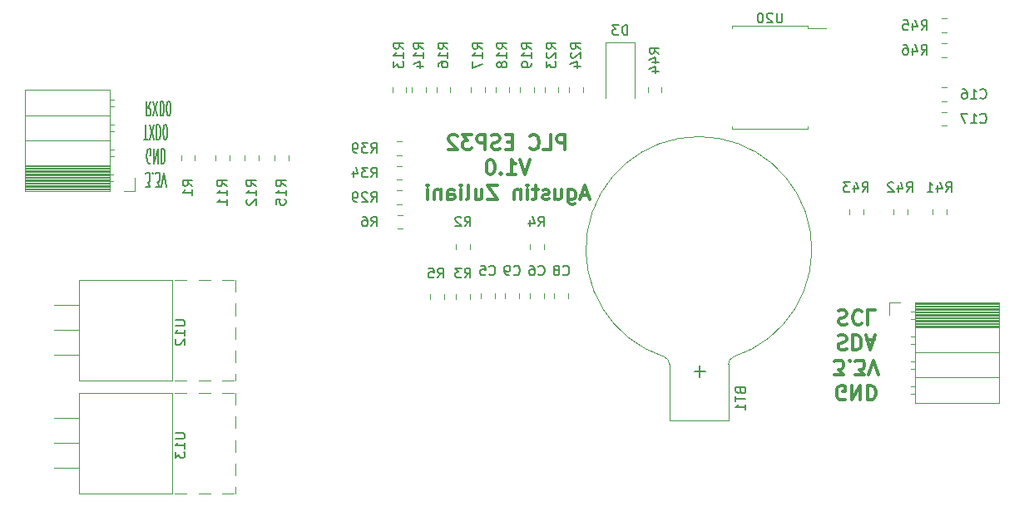
<source format=gbr>
G04 #@! TF.GenerationSoftware,KiCad,Pcbnew,(5.1.4)-1*
G04 #@! TF.CreationDate,2021-11-15T14:39:09-03:00*
G04 #@! TF.ProjectId,PLC_ESP32,504c435f-4553-4503-9332-2e6b69636164,rev?*
G04 #@! TF.SameCoordinates,Original*
G04 #@! TF.FileFunction,Legend,Bot*
G04 #@! TF.FilePolarity,Positive*
%FSLAX46Y46*%
G04 Gerber Fmt 4.6, Leading zero omitted, Abs format (unit mm)*
G04 Created by KiCad (PCBNEW (5.1.4)-1) date 2021-11-15 14:39:09*
%MOMM*%
%LPD*%
G04 APERTURE LIST*
%ADD10C,0.300000*%
%ADD11C,0.175000*%
%ADD12C,0.120000*%
%ADD13C,0.150000*%
G04 APERTURE END LIST*
D10*
X135392857Y-117128571D02*
X135392857Y-115628571D01*
X134821428Y-115628571D01*
X134678571Y-115700000D01*
X134607142Y-115771428D01*
X134535714Y-115914285D01*
X134535714Y-116128571D01*
X134607142Y-116271428D01*
X134678571Y-116342857D01*
X134821428Y-116414285D01*
X135392857Y-116414285D01*
X133178571Y-117128571D02*
X133892857Y-117128571D01*
X133892857Y-115628571D01*
X131821428Y-116985714D02*
X131892857Y-117057142D01*
X132107142Y-117128571D01*
X132250000Y-117128571D01*
X132464285Y-117057142D01*
X132607142Y-116914285D01*
X132678571Y-116771428D01*
X132750000Y-116485714D01*
X132750000Y-116271428D01*
X132678571Y-115985714D01*
X132607142Y-115842857D01*
X132464285Y-115700000D01*
X132250000Y-115628571D01*
X132107142Y-115628571D01*
X131892857Y-115700000D01*
X131821428Y-115771428D01*
X130035714Y-116342857D02*
X129535714Y-116342857D01*
X129321428Y-117128571D02*
X130035714Y-117128571D01*
X130035714Y-115628571D01*
X129321428Y-115628571D01*
X128750000Y-117057142D02*
X128535714Y-117128571D01*
X128178571Y-117128571D01*
X128035714Y-117057142D01*
X127964285Y-116985714D01*
X127892857Y-116842857D01*
X127892857Y-116700000D01*
X127964285Y-116557142D01*
X128035714Y-116485714D01*
X128178571Y-116414285D01*
X128464285Y-116342857D01*
X128607142Y-116271428D01*
X128678571Y-116200000D01*
X128750000Y-116057142D01*
X128750000Y-115914285D01*
X128678571Y-115771428D01*
X128607142Y-115700000D01*
X128464285Y-115628571D01*
X128107142Y-115628571D01*
X127892857Y-115700000D01*
X127250000Y-117128571D02*
X127250000Y-115628571D01*
X126678571Y-115628571D01*
X126535714Y-115700000D01*
X126464285Y-115771428D01*
X126392857Y-115914285D01*
X126392857Y-116128571D01*
X126464285Y-116271428D01*
X126535714Y-116342857D01*
X126678571Y-116414285D01*
X127250000Y-116414285D01*
X125892857Y-115628571D02*
X124964285Y-115628571D01*
X125464285Y-116200000D01*
X125250000Y-116200000D01*
X125107142Y-116271428D01*
X125035714Y-116342857D01*
X124964285Y-116485714D01*
X124964285Y-116842857D01*
X125035714Y-116985714D01*
X125107142Y-117057142D01*
X125250000Y-117128571D01*
X125678571Y-117128571D01*
X125821428Y-117057142D01*
X125892857Y-116985714D01*
X124392857Y-115771428D02*
X124321428Y-115700000D01*
X124178571Y-115628571D01*
X123821428Y-115628571D01*
X123678571Y-115700000D01*
X123607142Y-115771428D01*
X123535714Y-115914285D01*
X123535714Y-116057142D01*
X123607142Y-116271428D01*
X124464285Y-117128571D01*
X123535714Y-117128571D01*
X131785714Y-118178571D02*
X131285714Y-119678571D01*
X130785714Y-118178571D01*
X129500000Y-119678571D02*
X130357142Y-119678571D01*
X129928571Y-119678571D02*
X129928571Y-118178571D01*
X130071428Y-118392857D01*
X130214285Y-118535714D01*
X130357142Y-118607142D01*
X128857142Y-119535714D02*
X128785714Y-119607142D01*
X128857142Y-119678571D01*
X128928571Y-119607142D01*
X128857142Y-119535714D01*
X128857142Y-119678571D01*
X127857142Y-118178571D02*
X127714285Y-118178571D01*
X127571428Y-118250000D01*
X127500000Y-118321428D01*
X127428571Y-118464285D01*
X127357142Y-118750000D01*
X127357142Y-119107142D01*
X127428571Y-119392857D01*
X127500000Y-119535714D01*
X127571428Y-119607142D01*
X127714285Y-119678571D01*
X127857142Y-119678571D01*
X128000000Y-119607142D01*
X128071428Y-119535714D01*
X128142857Y-119392857D01*
X128214285Y-119107142D01*
X128214285Y-118750000D01*
X128142857Y-118464285D01*
X128071428Y-118321428D01*
X128000000Y-118250000D01*
X127857142Y-118178571D01*
X137714285Y-121800000D02*
X137000000Y-121800000D01*
X137857142Y-122228571D02*
X137357142Y-120728571D01*
X136857142Y-122228571D01*
X135714285Y-121228571D02*
X135714285Y-122442857D01*
X135785714Y-122585714D01*
X135857142Y-122657142D01*
X136000000Y-122728571D01*
X136214285Y-122728571D01*
X136357142Y-122657142D01*
X135714285Y-122157142D02*
X135857142Y-122228571D01*
X136142857Y-122228571D01*
X136285714Y-122157142D01*
X136357142Y-122085714D01*
X136428571Y-121942857D01*
X136428571Y-121514285D01*
X136357142Y-121371428D01*
X136285714Y-121300000D01*
X136142857Y-121228571D01*
X135857142Y-121228571D01*
X135714285Y-121300000D01*
X134357142Y-121228571D02*
X134357142Y-122228571D01*
X135000000Y-121228571D02*
X135000000Y-122014285D01*
X134928571Y-122157142D01*
X134785714Y-122228571D01*
X134571428Y-122228571D01*
X134428571Y-122157142D01*
X134357142Y-122085714D01*
X133714285Y-122157142D02*
X133571428Y-122228571D01*
X133285714Y-122228571D01*
X133142857Y-122157142D01*
X133071428Y-122014285D01*
X133071428Y-121942857D01*
X133142857Y-121800000D01*
X133285714Y-121728571D01*
X133500000Y-121728571D01*
X133642857Y-121657142D01*
X133714285Y-121514285D01*
X133714285Y-121442857D01*
X133642857Y-121300000D01*
X133500000Y-121228571D01*
X133285714Y-121228571D01*
X133142857Y-121300000D01*
X132642857Y-121228571D02*
X132071428Y-121228571D01*
X132428571Y-120728571D02*
X132428571Y-122014285D01*
X132357142Y-122157142D01*
X132214285Y-122228571D01*
X132071428Y-122228571D01*
X131571428Y-122228571D02*
X131571428Y-121228571D01*
X131571428Y-120728571D02*
X131642857Y-120800000D01*
X131571428Y-120871428D01*
X131500000Y-120800000D01*
X131571428Y-120728571D01*
X131571428Y-120871428D01*
X130857142Y-121228571D02*
X130857142Y-122228571D01*
X130857142Y-121371428D02*
X130785714Y-121300000D01*
X130642857Y-121228571D01*
X130428571Y-121228571D01*
X130285714Y-121300000D01*
X130214285Y-121442857D01*
X130214285Y-122228571D01*
X128500000Y-120728571D02*
X127500000Y-120728571D01*
X128500000Y-122228571D01*
X127500000Y-122228571D01*
X126285714Y-121228571D02*
X126285714Y-122228571D01*
X126928571Y-121228571D02*
X126928571Y-122014285D01*
X126857142Y-122157142D01*
X126714285Y-122228571D01*
X126500000Y-122228571D01*
X126357142Y-122157142D01*
X126285714Y-122085714D01*
X125357142Y-122228571D02*
X125500000Y-122157142D01*
X125571428Y-122014285D01*
X125571428Y-120728571D01*
X124785714Y-122228571D02*
X124785714Y-121228571D01*
X124785714Y-120728571D02*
X124857142Y-120800000D01*
X124785714Y-120871428D01*
X124714285Y-120800000D01*
X124785714Y-120728571D01*
X124785714Y-120871428D01*
X123428571Y-122228571D02*
X123428571Y-121442857D01*
X123500000Y-121300000D01*
X123642857Y-121228571D01*
X123928571Y-121228571D01*
X124071428Y-121300000D01*
X123428571Y-122157142D02*
X123571428Y-122228571D01*
X123928571Y-122228571D01*
X124071428Y-122157142D01*
X124142857Y-122014285D01*
X124142857Y-121871428D01*
X124071428Y-121728571D01*
X123928571Y-121657142D01*
X123571428Y-121657142D01*
X123428571Y-121585714D01*
X122714285Y-121228571D02*
X122714285Y-122228571D01*
X122714285Y-121371428D02*
X122642857Y-121300000D01*
X122500000Y-121228571D01*
X122285714Y-121228571D01*
X122142857Y-121300000D01*
X122071428Y-121442857D01*
X122071428Y-122228571D01*
X121357142Y-122228571D02*
X121357142Y-121228571D01*
X121357142Y-120728571D02*
X121428571Y-120800000D01*
X121357142Y-120871428D01*
X121285714Y-120800000D01*
X121357142Y-120728571D01*
X121357142Y-120871428D01*
X163857142Y-142575000D02*
X163714285Y-142646428D01*
X163500000Y-142646428D01*
X163285714Y-142575000D01*
X163142857Y-142432142D01*
X163071428Y-142289285D01*
X163000000Y-142003571D01*
X163000000Y-141789285D01*
X163071428Y-141503571D01*
X163142857Y-141360714D01*
X163285714Y-141217857D01*
X163500000Y-141146428D01*
X163642857Y-141146428D01*
X163857142Y-141217857D01*
X163928571Y-141289285D01*
X163928571Y-141789285D01*
X163642857Y-141789285D01*
X164571428Y-141146428D02*
X164571428Y-142646428D01*
X165428571Y-141146428D01*
X165428571Y-142646428D01*
X166142857Y-141146428D02*
X166142857Y-142646428D01*
X166500000Y-142646428D01*
X166714285Y-142575000D01*
X166857142Y-142432142D01*
X166928571Y-142289285D01*
X167000000Y-142003571D01*
X167000000Y-141789285D01*
X166928571Y-141503571D01*
X166857142Y-141360714D01*
X166714285Y-141217857D01*
X166500000Y-141146428D01*
X166142857Y-141146428D01*
X162785714Y-140096428D02*
X163714285Y-140096428D01*
X163214285Y-139525000D01*
X163428571Y-139525000D01*
X163571428Y-139453571D01*
X163642857Y-139382142D01*
X163714285Y-139239285D01*
X163714285Y-138882142D01*
X163642857Y-138739285D01*
X163571428Y-138667857D01*
X163428571Y-138596428D01*
X163000000Y-138596428D01*
X162857142Y-138667857D01*
X162785714Y-138739285D01*
X164357142Y-138739285D02*
X164428571Y-138667857D01*
X164357142Y-138596428D01*
X164285714Y-138667857D01*
X164357142Y-138739285D01*
X164357142Y-138596428D01*
X164928571Y-140096428D02*
X165857142Y-140096428D01*
X165357142Y-139525000D01*
X165571428Y-139525000D01*
X165714285Y-139453571D01*
X165785714Y-139382142D01*
X165857142Y-139239285D01*
X165857142Y-138882142D01*
X165785714Y-138739285D01*
X165714285Y-138667857D01*
X165571428Y-138596428D01*
X165142857Y-138596428D01*
X165000000Y-138667857D01*
X164928571Y-138739285D01*
X166285714Y-140096428D02*
X166785714Y-138596428D01*
X167285714Y-140096428D01*
X163178571Y-136117857D02*
X163392857Y-136046428D01*
X163750000Y-136046428D01*
X163892857Y-136117857D01*
X163964285Y-136189285D01*
X164035714Y-136332142D01*
X164035714Y-136475000D01*
X163964285Y-136617857D01*
X163892857Y-136689285D01*
X163750000Y-136760714D01*
X163464285Y-136832142D01*
X163321428Y-136903571D01*
X163250000Y-136975000D01*
X163178571Y-137117857D01*
X163178571Y-137260714D01*
X163250000Y-137403571D01*
X163321428Y-137475000D01*
X163464285Y-137546428D01*
X163821428Y-137546428D01*
X164035714Y-137475000D01*
X164678571Y-136046428D02*
X164678571Y-137546428D01*
X165035714Y-137546428D01*
X165250000Y-137475000D01*
X165392857Y-137332142D01*
X165464285Y-137189285D01*
X165535714Y-136903571D01*
X165535714Y-136689285D01*
X165464285Y-136403571D01*
X165392857Y-136260714D01*
X165250000Y-136117857D01*
X165035714Y-136046428D01*
X164678571Y-136046428D01*
X166107142Y-136475000D02*
X166821428Y-136475000D01*
X165964285Y-136046428D02*
X166464285Y-137546428D01*
X166964285Y-136046428D01*
X163214285Y-133567857D02*
X163428571Y-133496428D01*
X163785714Y-133496428D01*
X163928571Y-133567857D01*
X164000000Y-133639285D01*
X164071428Y-133782142D01*
X164071428Y-133925000D01*
X164000000Y-134067857D01*
X163928571Y-134139285D01*
X163785714Y-134210714D01*
X163500000Y-134282142D01*
X163357142Y-134353571D01*
X163285714Y-134425000D01*
X163214285Y-134567857D01*
X163214285Y-134710714D01*
X163285714Y-134853571D01*
X163357142Y-134925000D01*
X163500000Y-134996428D01*
X163857142Y-134996428D01*
X164071428Y-134925000D01*
X165571428Y-133639285D02*
X165500000Y-133567857D01*
X165285714Y-133496428D01*
X165142857Y-133496428D01*
X164928571Y-133567857D01*
X164785714Y-133710714D01*
X164714285Y-133853571D01*
X164642857Y-134139285D01*
X164642857Y-134353571D01*
X164714285Y-134639285D01*
X164785714Y-134782142D01*
X164928571Y-134925000D01*
X165142857Y-134996428D01*
X165285714Y-134996428D01*
X165500000Y-134925000D01*
X165571428Y-134853571D01*
X166928571Y-133496428D02*
X166214285Y-133496428D01*
X166214285Y-134996428D01*
D11*
X92700000Y-120958928D02*
X93133333Y-120958928D01*
X92900000Y-120387500D01*
X93000000Y-120387500D01*
X93066666Y-120316071D01*
X93100000Y-120244642D01*
X93133333Y-120101785D01*
X93133333Y-119744642D01*
X93100000Y-119601785D01*
X93066666Y-119530357D01*
X93000000Y-119458928D01*
X92800000Y-119458928D01*
X92733333Y-119530357D01*
X92700000Y-119601785D01*
X93433333Y-119601785D02*
X93466666Y-119530357D01*
X93433333Y-119458928D01*
X93400000Y-119530357D01*
X93433333Y-119601785D01*
X93433333Y-119458928D01*
X93700000Y-120958928D02*
X94133333Y-120958928D01*
X93900000Y-120387500D01*
X94000000Y-120387500D01*
X94066666Y-120316071D01*
X94100000Y-120244642D01*
X94133333Y-120101785D01*
X94133333Y-119744642D01*
X94100000Y-119601785D01*
X94066666Y-119530357D01*
X94000000Y-119458928D01*
X93800000Y-119458928D01*
X93733333Y-119530357D01*
X93700000Y-119601785D01*
X94333333Y-120958928D02*
X94566666Y-119458928D01*
X94800000Y-120958928D01*
X93200000Y-118462500D02*
X93133333Y-118533928D01*
X93033333Y-118533928D01*
X92933333Y-118462500D01*
X92866666Y-118319642D01*
X92833333Y-118176785D01*
X92800000Y-117891071D01*
X92800000Y-117676785D01*
X92833333Y-117391071D01*
X92866666Y-117248214D01*
X92933333Y-117105357D01*
X93033333Y-117033928D01*
X93100000Y-117033928D01*
X93200000Y-117105357D01*
X93233333Y-117176785D01*
X93233333Y-117676785D01*
X93100000Y-117676785D01*
X93533333Y-117033928D02*
X93533333Y-118533928D01*
X93933333Y-117033928D01*
X93933333Y-118533928D01*
X94266666Y-117033928D02*
X94266666Y-118533928D01*
X94433333Y-118533928D01*
X94533333Y-118462500D01*
X94600000Y-118319642D01*
X94633333Y-118176785D01*
X94666666Y-117891071D01*
X94666666Y-117676785D01*
X94633333Y-117391071D01*
X94600000Y-117248214D01*
X94533333Y-117105357D01*
X94433333Y-117033928D01*
X94266666Y-117033928D01*
X92516666Y-116108928D02*
X92916666Y-116108928D01*
X92716666Y-114608928D02*
X92716666Y-116108928D01*
X93083333Y-116108928D02*
X93550000Y-114608928D01*
X93550000Y-116108928D02*
X93083333Y-114608928D01*
X93816666Y-114608928D02*
X93816666Y-116108928D01*
X93983333Y-116108928D01*
X94083333Y-116037500D01*
X94150000Y-115894642D01*
X94183333Y-115751785D01*
X94216666Y-115466071D01*
X94216666Y-115251785D01*
X94183333Y-114966071D01*
X94150000Y-114823214D01*
X94083333Y-114680357D01*
X93983333Y-114608928D01*
X93816666Y-114608928D01*
X94650000Y-116108928D02*
X94716666Y-116108928D01*
X94783333Y-116037500D01*
X94816666Y-115966071D01*
X94850000Y-115823214D01*
X94883333Y-115537500D01*
X94883333Y-115180357D01*
X94850000Y-114894642D01*
X94816666Y-114751785D01*
X94783333Y-114680357D01*
X94716666Y-114608928D01*
X94650000Y-114608928D01*
X94583333Y-114680357D01*
X94550000Y-114751785D01*
X94516666Y-114894642D01*
X94483333Y-115180357D01*
X94483333Y-115537500D01*
X94516666Y-115823214D01*
X94550000Y-115966071D01*
X94583333Y-116037500D01*
X94650000Y-116108928D01*
X93200000Y-112183928D02*
X92966666Y-112898214D01*
X92800000Y-112183928D02*
X92800000Y-113683928D01*
X93066666Y-113683928D01*
X93133333Y-113612500D01*
X93166666Y-113541071D01*
X93200000Y-113398214D01*
X93200000Y-113183928D01*
X93166666Y-113041071D01*
X93133333Y-112969642D01*
X93066666Y-112898214D01*
X92800000Y-112898214D01*
X93433333Y-113683928D02*
X93900000Y-112183928D01*
X93900000Y-113683928D02*
X93433333Y-112183928D01*
X94166666Y-112183928D02*
X94166666Y-113683928D01*
X94333333Y-113683928D01*
X94433333Y-113612500D01*
X94500000Y-113469642D01*
X94533333Y-113326785D01*
X94566666Y-113041071D01*
X94566666Y-112826785D01*
X94533333Y-112541071D01*
X94500000Y-112398214D01*
X94433333Y-112255357D01*
X94333333Y-112183928D01*
X94166666Y-112183928D01*
X95000000Y-113683928D02*
X95066666Y-113683928D01*
X95133333Y-113612500D01*
X95166666Y-113541071D01*
X95200000Y-113398214D01*
X95233333Y-113112500D01*
X95233333Y-112755357D01*
X95200000Y-112469642D01*
X95166666Y-112326785D01*
X95133333Y-112255357D01*
X95066666Y-112183928D01*
X95000000Y-112183928D01*
X94933333Y-112255357D01*
X94900000Y-112326785D01*
X94866666Y-112469642D01*
X94833333Y-112755357D01*
X94833333Y-113112500D01*
X94866666Y-113398214D01*
X94900000Y-113541071D01*
X94933333Y-113612500D01*
X95000000Y-113683928D01*
D12*
X146000000Y-144700000D02*
X146000000Y-139000000D01*
X146000000Y-144700000D02*
X152000000Y-144700000D01*
X152000000Y-144700000D02*
X152000000Y-139000000D01*
X152526384Y-138248246D02*
G75*
G03X152000000Y-139000000I273616J-751754D01*
G01*
X148954719Y-115804329D02*
G75*
G02X152500000Y-138250000I45281J-11495671D01*
G01*
X145473616Y-138248246D02*
G75*
G02X146000000Y-139000000I-273616J-751754D01*
G01*
X149045281Y-115804329D02*
G75*
G03X145500000Y-138250000I-45281J-11495671D01*
G01*
X160110000Y-104745000D02*
X161925000Y-104745000D01*
X160110000Y-104490000D02*
X160110000Y-104745000D01*
X156250000Y-104490000D02*
X160110000Y-104490000D01*
X152390000Y-104490000D02*
X152390000Y-104745000D01*
X156250000Y-104490000D02*
X152390000Y-104490000D01*
X160110000Y-115010000D02*
X160110000Y-114755000D01*
X156250000Y-115010000D02*
X160110000Y-115010000D01*
X152390000Y-115010000D02*
X152390000Y-114755000D01*
X156250000Y-115010000D02*
X152390000Y-115010000D01*
X174258578Y-107710000D02*
X173741422Y-107710000D01*
X174258578Y-106290000D02*
X173741422Y-106290000D01*
X174258578Y-105210000D02*
X173741422Y-105210000D01*
X174258578Y-103790000D02*
X173741422Y-103790000D01*
X145210000Y-110741422D02*
X145210000Y-111258578D01*
X143790000Y-110741422D02*
X143790000Y-111258578D01*
X165710000Y-123241422D02*
X165710000Y-123758578D01*
X164290000Y-123241422D02*
X164290000Y-123758578D01*
X170210000Y-123241422D02*
X170210000Y-123758578D01*
X168790000Y-123241422D02*
X168790000Y-123758578D01*
X174210000Y-123241422D02*
X174210000Y-123758578D01*
X172790000Y-123241422D02*
X172790000Y-123758578D01*
X142500000Y-106200000D02*
X142500000Y-111900000D01*
X139500000Y-106200000D02*
X142500000Y-106200000D01*
X139500000Y-111900000D02*
X139500000Y-106200000D01*
X173741422Y-113290000D02*
X174258578Y-113290000D01*
X173741422Y-114710000D02*
X174258578Y-114710000D01*
X173741422Y-110790000D02*
X174258578Y-110790000D01*
X173741422Y-112210000D02*
X174258578Y-112210000D01*
X118241422Y-116290000D02*
X118758578Y-116290000D01*
X118241422Y-117710000D02*
X118758578Y-117710000D01*
X118241422Y-118790000D02*
X118758578Y-118790000D01*
X118241422Y-120210000D02*
X118758578Y-120210000D01*
X118241422Y-121290000D02*
X118758578Y-121290000D01*
X118241422Y-122710000D02*
X118758578Y-122710000D01*
X83400000Y-149580000D02*
X85940000Y-149580000D01*
X83400000Y-147040000D02*
X85940000Y-147040000D01*
X83400000Y-144500000D02*
X85940000Y-144500000D01*
X100470000Y-152160000D02*
X101670000Y-152160000D01*
X98070000Y-152160000D02*
X99270000Y-152160000D01*
X95670000Y-152160000D02*
X96870000Y-152160000D01*
X100470000Y-141920000D02*
X101670000Y-141920000D01*
X98070000Y-141920000D02*
X99270000Y-141920000D01*
X95670000Y-141920000D02*
X96870000Y-141920000D01*
X101830000Y-151520000D02*
X101830000Y-152160000D01*
X101830000Y-149120000D02*
X101830000Y-150320000D01*
X101830000Y-146720000D02*
X101830000Y-147920000D01*
X101830000Y-144319000D02*
X101830000Y-145520000D01*
X101830000Y-141920000D02*
X101830000Y-143120000D01*
X85940000Y-152160000D02*
X95430000Y-152160000D01*
X85940000Y-141920000D02*
X95430000Y-141920000D01*
X95430000Y-141920000D02*
X95430000Y-152160000D01*
X85940000Y-141920000D02*
X85940000Y-152160000D01*
X83400000Y-138080000D02*
X85940000Y-138080000D01*
X83400000Y-135540000D02*
X85940000Y-135540000D01*
X83400000Y-133000000D02*
X85940000Y-133000000D01*
X100470000Y-140660000D02*
X101670000Y-140660000D01*
X98070000Y-140660000D02*
X99270000Y-140660000D01*
X95670000Y-140660000D02*
X96870000Y-140660000D01*
X100470000Y-130420000D02*
X101670000Y-130420000D01*
X98070000Y-130420000D02*
X99270000Y-130420000D01*
X95670000Y-130420000D02*
X96870000Y-130420000D01*
X101830000Y-140020000D02*
X101830000Y-140660000D01*
X101830000Y-137620000D02*
X101830000Y-138820000D01*
X101830000Y-135220000D02*
X101830000Y-136420000D01*
X101830000Y-132819000D02*
X101830000Y-134020000D01*
X101830000Y-130420000D02*
X101830000Y-131620000D01*
X85940000Y-140660000D02*
X95430000Y-140660000D01*
X85940000Y-130420000D02*
X95430000Y-130420000D01*
X95430000Y-130420000D02*
X95430000Y-140660000D01*
X85940000Y-130420000D02*
X85940000Y-140660000D01*
X90500000Y-121330000D02*
X91610000Y-121330000D01*
X91610000Y-121330000D02*
X91610000Y-120000000D01*
X80410000Y-121330000D02*
X80410000Y-111050000D01*
X80410000Y-111050000D02*
X89040000Y-111050000D01*
X89040000Y-121330000D02*
X89040000Y-111050000D01*
X80410000Y-121330000D02*
X89040000Y-121330000D01*
X80410000Y-113650000D02*
X89040000Y-113650000D01*
X80410000Y-116190000D02*
X89040000Y-116190000D01*
X80410000Y-118730000D02*
X89040000Y-118730000D01*
X89040000Y-112020000D02*
X89450000Y-112020000D01*
X89040000Y-112740000D02*
X89450000Y-112740000D01*
X89040000Y-114560000D02*
X89450000Y-114560000D01*
X89040000Y-115280000D02*
X89450000Y-115280000D01*
X89040000Y-117100000D02*
X89450000Y-117100000D01*
X89040000Y-117820000D02*
X89450000Y-117820000D01*
X89040000Y-119640000D02*
X89390000Y-119640000D01*
X89040000Y-120360000D02*
X89390000Y-120360000D01*
X80410000Y-118848100D02*
X89040000Y-118848100D01*
X80410000Y-118966195D02*
X89040000Y-118966195D01*
X80410000Y-119084290D02*
X89040000Y-119084290D01*
X80410000Y-119202385D02*
X89040000Y-119202385D01*
X80410000Y-119320480D02*
X89040000Y-119320480D01*
X80410000Y-119438575D02*
X89040000Y-119438575D01*
X80410000Y-119556670D02*
X89040000Y-119556670D01*
X80410000Y-119674765D02*
X89040000Y-119674765D01*
X80410000Y-119792860D02*
X89040000Y-119792860D01*
X80410000Y-119910955D02*
X89040000Y-119910955D01*
X80410000Y-120029050D02*
X89040000Y-120029050D01*
X80410000Y-120147145D02*
X89040000Y-120147145D01*
X80410000Y-120265240D02*
X89040000Y-120265240D01*
X80410000Y-120383335D02*
X89040000Y-120383335D01*
X80410000Y-120501430D02*
X89040000Y-120501430D01*
X80410000Y-120619525D02*
X89040000Y-120619525D01*
X80410000Y-120737620D02*
X89040000Y-120737620D01*
X80410000Y-120855715D02*
X89040000Y-120855715D01*
X80410000Y-120973810D02*
X89040000Y-120973810D01*
X80410000Y-121091905D02*
X89040000Y-121091905D01*
X80410000Y-121210000D02*
X89040000Y-121210000D01*
X137210000Y-110741422D02*
X137210000Y-111258578D01*
X135790000Y-110741422D02*
X135790000Y-111258578D01*
X134710000Y-110741422D02*
X134710000Y-111258578D01*
X133290000Y-110741422D02*
X133290000Y-111258578D01*
X132210000Y-110741422D02*
X132210000Y-111258578D01*
X130790000Y-110741422D02*
X130790000Y-111258578D01*
X129710000Y-110741422D02*
X129710000Y-111258578D01*
X128290000Y-110741422D02*
X128290000Y-111258578D01*
X127210000Y-110741422D02*
X127210000Y-111258578D01*
X125790000Y-110741422D02*
X125790000Y-111258578D01*
X122290000Y-111258578D02*
X122290000Y-110741422D01*
X123710000Y-111258578D02*
X123710000Y-110741422D01*
X107210000Y-117741422D02*
X107210000Y-118258578D01*
X105790000Y-117741422D02*
X105790000Y-118258578D01*
X119790000Y-111258578D02*
X119790000Y-110741422D01*
X121210000Y-111258578D02*
X121210000Y-110741422D01*
X117790000Y-111258578D02*
X117790000Y-110741422D01*
X119210000Y-111258578D02*
X119210000Y-110741422D01*
X104210000Y-117741422D02*
X104210000Y-118258578D01*
X102790000Y-117741422D02*
X102790000Y-118258578D01*
X101210000Y-117741422D02*
X101210000Y-118258578D01*
X99790000Y-117741422D02*
X99790000Y-118258578D01*
X118303422Y-123790000D02*
X118820578Y-123790000D01*
X118303422Y-125210000D02*
X118820578Y-125210000D01*
X123060000Y-131841422D02*
X123060000Y-132358578D01*
X121640000Y-131841422D02*
X121640000Y-132358578D01*
X133210000Y-126741422D02*
X133210000Y-127258578D01*
X131790000Y-126741422D02*
X131790000Y-127258578D01*
X124290000Y-132358578D02*
X124290000Y-131841422D01*
X125710000Y-132358578D02*
X125710000Y-131841422D01*
X124290000Y-127258578D02*
X124290000Y-126741422D01*
X125710000Y-127258578D02*
X125710000Y-126741422D01*
X97710000Y-117741422D02*
X97710000Y-118258578D01*
X96290000Y-117741422D02*
X96290000Y-118258578D01*
X169500000Y-132670000D02*
X168390000Y-132670000D01*
X168390000Y-132670000D02*
X168390000Y-134000000D01*
X179590000Y-132670000D02*
X179590000Y-142950000D01*
X179590000Y-142950000D02*
X170960000Y-142950000D01*
X170960000Y-132670000D02*
X170960000Y-142950000D01*
X179590000Y-132670000D02*
X170960000Y-132670000D01*
X179590000Y-140350000D02*
X170960000Y-140350000D01*
X179590000Y-137810000D02*
X170960000Y-137810000D01*
X179590000Y-135270000D02*
X170960000Y-135270000D01*
X170960000Y-141980000D02*
X170550000Y-141980000D01*
X170960000Y-141260000D02*
X170550000Y-141260000D01*
X170960000Y-139440000D02*
X170550000Y-139440000D01*
X170960000Y-138720000D02*
X170550000Y-138720000D01*
X170960000Y-136900000D02*
X170550000Y-136900000D01*
X170960000Y-136180000D02*
X170550000Y-136180000D01*
X170960000Y-134360000D02*
X170610000Y-134360000D01*
X170960000Y-133640000D02*
X170610000Y-133640000D01*
X179590000Y-135151900D02*
X170960000Y-135151900D01*
X179590000Y-135033805D02*
X170960000Y-135033805D01*
X179590000Y-134915710D02*
X170960000Y-134915710D01*
X179590000Y-134797615D02*
X170960000Y-134797615D01*
X179590000Y-134679520D02*
X170960000Y-134679520D01*
X179590000Y-134561425D02*
X170960000Y-134561425D01*
X179590000Y-134443330D02*
X170960000Y-134443330D01*
X179590000Y-134325235D02*
X170960000Y-134325235D01*
X179590000Y-134207140D02*
X170960000Y-134207140D01*
X179590000Y-134089045D02*
X170960000Y-134089045D01*
X179590000Y-133970950D02*
X170960000Y-133970950D01*
X179590000Y-133852855D02*
X170960000Y-133852855D01*
X179590000Y-133734760D02*
X170960000Y-133734760D01*
X179590000Y-133616665D02*
X170960000Y-133616665D01*
X179590000Y-133498570D02*
X170960000Y-133498570D01*
X179590000Y-133380475D02*
X170960000Y-133380475D01*
X179590000Y-133262380D02*
X170960000Y-133262380D01*
X179590000Y-133144285D02*
X170960000Y-133144285D01*
X179590000Y-133026190D02*
X170960000Y-133026190D01*
X179590000Y-132908095D02*
X170960000Y-132908095D01*
X179590000Y-132790000D02*
X170960000Y-132790000D01*
X130710000Y-131741422D02*
X130710000Y-132258578D01*
X129290000Y-131741422D02*
X129290000Y-132258578D01*
X135710000Y-131741422D02*
X135710000Y-132258578D01*
X134290000Y-131741422D02*
X134290000Y-132258578D01*
X131790000Y-132258578D02*
X131790000Y-131741422D01*
X133210000Y-132258578D02*
X133210000Y-131741422D01*
X128210000Y-131741422D02*
X128210000Y-132258578D01*
X126790000Y-131741422D02*
X126790000Y-132258578D01*
D13*
X153228571Y-141714285D02*
X153276190Y-141857142D01*
X153323809Y-141904761D01*
X153419047Y-141952380D01*
X153561904Y-141952380D01*
X153657142Y-141904761D01*
X153704761Y-141857142D01*
X153752380Y-141761904D01*
X153752380Y-141380952D01*
X152752380Y-141380952D01*
X152752380Y-141714285D01*
X152800000Y-141809523D01*
X152847619Y-141857142D01*
X152942857Y-141904761D01*
X153038095Y-141904761D01*
X153133333Y-141857142D01*
X153180952Y-141809523D01*
X153228571Y-141714285D01*
X153228571Y-141380952D01*
X152752380Y-142238095D02*
X152752380Y-142809523D01*
X153752380Y-142523809D02*
X152752380Y-142523809D01*
X153752380Y-143666666D02*
X153752380Y-143095238D01*
X153752380Y-143380952D02*
X152752380Y-143380952D01*
X152895238Y-143285714D01*
X152990476Y-143190476D01*
X153038095Y-143095238D01*
X149107142Y-139178571D02*
X149107142Y-140321428D01*
X149678571Y-139750000D02*
X148535714Y-139750000D01*
X157488095Y-103202380D02*
X157488095Y-104011904D01*
X157440476Y-104107142D01*
X157392857Y-104154761D01*
X157297619Y-104202380D01*
X157107142Y-104202380D01*
X157011904Y-104154761D01*
X156964285Y-104107142D01*
X156916666Y-104011904D01*
X156916666Y-103202380D01*
X156488095Y-103297619D02*
X156440476Y-103250000D01*
X156345238Y-103202380D01*
X156107142Y-103202380D01*
X156011904Y-103250000D01*
X155964285Y-103297619D01*
X155916666Y-103392857D01*
X155916666Y-103488095D01*
X155964285Y-103630952D01*
X156535714Y-104202380D01*
X155916666Y-104202380D01*
X155297619Y-103202380D02*
X155202380Y-103202380D01*
X155107142Y-103250000D01*
X155059523Y-103297619D01*
X155011904Y-103392857D01*
X154964285Y-103583333D01*
X154964285Y-103821428D01*
X155011904Y-104011904D01*
X155059523Y-104107142D01*
X155107142Y-104154761D01*
X155202380Y-104202380D01*
X155297619Y-104202380D01*
X155392857Y-104154761D01*
X155440476Y-104107142D01*
X155488095Y-104011904D01*
X155535714Y-103821428D01*
X155535714Y-103583333D01*
X155488095Y-103392857D01*
X155440476Y-103297619D01*
X155392857Y-103250000D01*
X155297619Y-103202380D01*
X171642857Y-107452380D02*
X171976190Y-106976190D01*
X172214285Y-107452380D02*
X172214285Y-106452380D01*
X171833333Y-106452380D01*
X171738095Y-106500000D01*
X171690476Y-106547619D01*
X171642857Y-106642857D01*
X171642857Y-106785714D01*
X171690476Y-106880952D01*
X171738095Y-106928571D01*
X171833333Y-106976190D01*
X172214285Y-106976190D01*
X170785714Y-106785714D02*
X170785714Y-107452380D01*
X171023809Y-106404761D02*
X171261904Y-107119047D01*
X170642857Y-107119047D01*
X169833333Y-106452380D02*
X170023809Y-106452380D01*
X170119047Y-106500000D01*
X170166666Y-106547619D01*
X170261904Y-106690476D01*
X170309523Y-106880952D01*
X170309523Y-107261904D01*
X170261904Y-107357142D01*
X170214285Y-107404761D01*
X170119047Y-107452380D01*
X169928571Y-107452380D01*
X169833333Y-107404761D01*
X169785714Y-107357142D01*
X169738095Y-107261904D01*
X169738095Y-107023809D01*
X169785714Y-106928571D01*
X169833333Y-106880952D01*
X169928571Y-106833333D01*
X170119047Y-106833333D01*
X170214285Y-106880952D01*
X170261904Y-106928571D01*
X170309523Y-107023809D01*
X171642857Y-104952380D02*
X171976190Y-104476190D01*
X172214285Y-104952380D02*
X172214285Y-103952380D01*
X171833333Y-103952380D01*
X171738095Y-104000000D01*
X171690476Y-104047619D01*
X171642857Y-104142857D01*
X171642857Y-104285714D01*
X171690476Y-104380952D01*
X171738095Y-104428571D01*
X171833333Y-104476190D01*
X172214285Y-104476190D01*
X170785714Y-104285714D02*
X170785714Y-104952380D01*
X171023809Y-103904761D02*
X171261904Y-104619047D01*
X170642857Y-104619047D01*
X169785714Y-103952380D02*
X170261904Y-103952380D01*
X170309523Y-104428571D01*
X170261904Y-104380952D01*
X170166666Y-104333333D01*
X169928571Y-104333333D01*
X169833333Y-104380952D01*
X169785714Y-104428571D01*
X169738095Y-104523809D01*
X169738095Y-104761904D01*
X169785714Y-104857142D01*
X169833333Y-104904761D01*
X169928571Y-104952380D01*
X170166666Y-104952380D01*
X170261904Y-104904761D01*
X170309523Y-104857142D01*
X144952380Y-107357142D02*
X144476190Y-107023809D01*
X144952380Y-106785714D02*
X143952380Y-106785714D01*
X143952380Y-107166666D01*
X144000000Y-107261904D01*
X144047619Y-107309523D01*
X144142857Y-107357142D01*
X144285714Y-107357142D01*
X144380952Y-107309523D01*
X144428571Y-107261904D01*
X144476190Y-107166666D01*
X144476190Y-106785714D01*
X144285714Y-108214285D02*
X144952380Y-108214285D01*
X143904761Y-107976190D02*
X144619047Y-107738095D01*
X144619047Y-108357142D01*
X144285714Y-109166666D02*
X144952380Y-109166666D01*
X143904761Y-108928571D02*
X144619047Y-108690476D01*
X144619047Y-109309523D01*
X165642857Y-121452380D02*
X165976190Y-120976190D01*
X166214285Y-121452380D02*
X166214285Y-120452380D01*
X165833333Y-120452380D01*
X165738095Y-120500000D01*
X165690476Y-120547619D01*
X165642857Y-120642857D01*
X165642857Y-120785714D01*
X165690476Y-120880952D01*
X165738095Y-120928571D01*
X165833333Y-120976190D01*
X166214285Y-120976190D01*
X164785714Y-120785714D02*
X164785714Y-121452380D01*
X165023809Y-120404761D02*
X165261904Y-121119047D01*
X164642857Y-121119047D01*
X164357142Y-120452380D02*
X163738095Y-120452380D01*
X164071428Y-120833333D01*
X163928571Y-120833333D01*
X163833333Y-120880952D01*
X163785714Y-120928571D01*
X163738095Y-121023809D01*
X163738095Y-121261904D01*
X163785714Y-121357142D01*
X163833333Y-121404761D01*
X163928571Y-121452380D01*
X164214285Y-121452380D01*
X164309523Y-121404761D01*
X164357142Y-121357142D01*
X170142857Y-121452380D02*
X170476190Y-120976190D01*
X170714285Y-121452380D02*
X170714285Y-120452380D01*
X170333333Y-120452380D01*
X170238095Y-120500000D01*
X170190476Y-120547619D01*
X170142857Y-120642857D01*
X170142857Y-120785714D01*
X170190476Y-120880952D01*
X170238095Y-120928571D01*
X170333333Y-120976190D01*
X170714285Y-120976190D01*
X169285714Y-120785714D02*
X169285714Y-121452380D01*
X169523809Y-120404761D02*
X169761904Y-121119047D01*
X169142857Y-121119047D01*
X168809523Y-120547619D02*
X168761904Y-120500000D01*
X168666666Y-120452380D01*
X168428571Y-120452380D01*
X168333333Y-120500000D01*
X168285714Y-120547619D01*
X168238095Y-120642857D01*
X168238095Y-120738095D01*
X168285714Y-120880952D01*
X168857142Y-121452380D01*
X168238095Y-121452380D01*
X174142857Y-121452380D02*
X174476190Y-120976190D01*
X174714285Y-121452380D02*
X174714285Y-120452380D01*
X174333333Y-120452380D01*
X174238095Y-120500000D01*
X174190476Y-120547619D01*
X174142857Y-120642857D01*
X174142857Y-120785714D01*
X174190476Y-120880952D01*
X174238095Y-120928571D01*
X174333333Y-120976190D01*
X174714285Y-120976190D01*
X173285714Y-120785714D02*
X173285714Y-121452380D01*
X173523809Y-120404761D02*
X173761904Y-121119047D01*
X173142857Y-121119047D01*
X172238095Y-121452380D02*
X172809523Y-121452380D01*
X172523809Y-121452380D02*
X172523809Y-120452380D01*
X172619047Y-120595238D01*
X172714285Y-120690476D01*
X172809523Y-120738095D01*
X141738095Y-105452380D02*
X141738095Y-104452380D01*
X141500000Y-104452380D01*
X141357142Y-104500000D01*
X141261904Y-104595238D01*
X141214285Y-104690476D01*
X141166666Y-104880952D01*
X141166666Y-105023809D01*
X141214285Y-105214285D01*
X141261904Y-105309523D01*
X141357142Y-105404761D01*
X141500000Y-105452380D01*
X141738095Y-105452380D01*
X140833333Y-104452380D02*
X140214285Y-104452380D01*
X140547619Y-104833333D01*
X140404761Y-104833333D01*
X140309523Y-104880952D01*
X140261904Y-104928571D01*
X140214285Y-105023809D01*
X140214285Y-105261904D01*
X140261904Y-105357142D01*
X140309523Y-105404761D01*
X140404761Y-105452380D01*
X140690476Y-105452380D01*
X140785714Y-105404761D01*
X140833333Y-105357142D01*
X177642857Y-114357142D02*
X177690476Y-114404761D01*
X177833333Y-114452380D01*
X177928571Y-114452380D01*
X178071428Y-114404761D01*
X178166666Y-114309523D01*
X178214285Y-114214285D01*
X178261904Y-114023809D01*
X178261904Y-113880952D01*
X178214285Y-113690476D01*
X178166666Y-113595238D01*
X178071428Y-113500000D01*
X177928571Y-113452380D01*
X177833333Y-113452380D01*
X177690476Y-113500000D01*
X177642857Y-113547619D01*
X176690476Y-114452380D02*
X177261904Y-114452380D01*
X176976190Y-114452380D02*
X176976190Y-113452380D01*
X177071428Y-113595238D01*
X177166666Y-113690476D01*
X177261904Y-113738095D01*
X176357142Y-113452380D02*
X175690476Y-113452380D01*
X176119047Y-114452380D01*
X177642857Y-111857142D02*
X177690476Y-111904761D01*
X177833333Y-111952380D01*
X177928571Y-111952380D01*
X178071428Y-111904761D01*
X178166666Y-111809523D01*
X178214285Y-111714285D01*
X178261904Y-111523809D01*
X178261904Y-111380952D01*
X178214285Y-111190476D01*
X178166666Y-111095238D01*
X178071428Y-111000000D01*
X177928571Y-110952380D01*
X177833333Y-110952380D01*
X177690476Y-111000000D01*
X177642857Y-111047619D01*
X176690476Y-111952380D02*
X177261904Y-111952380D01*
X176976190Y-111952380D02*
X176976190Y-110952380D01*
X177071428Y-111095238D01*
X177166666Y-111190476D01*
X177261904Y-111238095D01*
X175833333Y-110952380D02*
X176023809Y-110952380D01*
X176119047Y-111000000D01*
X176166666Y-111047619D01*
X176261904Y-111190476D01*
X176309523Y-111380952D01*
X176309523Y-111761904D01*
X176261904Y-111857142D01*
X176214285Y-111904761D01*
X176119047Y-111952380D01*
X175928571Y-111952380D01*
X175833333Y-111904761D01*
X175785714Y-111857142D01*
X175738095Y-111761904D01*
X175738095Y-111523809D01*
X175785714Y-111428571D01*
X175833333Y-111380952D01*
X175928571Y-111333333D01*
X176119047Y-111333333D01*
X176214285Y-111380952D01*
X176261904Y-111428571D01*
X176309523Y-111523809D01*
X115642857Y-117452380D02*
X115976190Y-116976190D01*
X116214285Y-117452380D02*
X116214285Y-116452380D01*
X115833333Y-116452380D01*
X115738095Y-116500000D01*
X115690476Y-116547619D01*
X115642857Y-116642857D01*
X115642857Y-116785714D01*
X115690476Y-116880952D01*
X115738095Y-116928571D01*
X115833333Y-116976190D01*
X116214285Y-116976190D01*
X115309523Y-116452380D02*
X114690476Y-116452380D01*
X115023809Y-116833333D01*
X114880952Y-116833333D01*
X114785714Y-116880952D01*
X114738095Y-116928571D01*
X114690476Y-117023809D01*
X114690476Y-117261904D01*
X114738095Y-117357142D01*
X114785714Y-117404761D01*
X114880952Y-117452380D01*
X115166666Y-117452380D01*
X115261904Y-117404761D01*
X115309523Y-117357142D01*
X114214285Y-117452380D02*
X114023809Y-117452380D01*
X113928571Y-117404761D01*
X113880952Y-117357142D01*
X113785714Y-117214285D01*
X113738095Y-117023809D01*
X113738095Y-116642857D01*
X113785714Y-116547619D01*
X113833333Y-116500000D01*
X113928571Y-116452380D01*
X114119047Y-116452380D01*
X114214285Y-116500000D01*
X114261904Y-116547619D01*
X114309523Y-116642857D01*
X114309523Y-116880952D01*
X114261904Y-116976190D01*
X114214285Y-117023809D01*
X114119047Y-117071428D01*
X113928571Y-117071428D01*
X113833333Y-117023809D01*
X113785714Y-116976190D01*
X113738095Y-116880952D01*
X115642857Y-119952380D02*
X115976190Y-119476190D01*
X116214285Y-119952380D02*
X116214285Y-118952380D01*
X115833333Y-118952380D01*
X115738095Y-119000000D01*
X115690476Y-119047619D01*
X115642857Y-119142857D01*
X115642857Y-119285714D01*
X115690476Y-119380952D01*
X115738095Y-119428571D01*
X115833333Y-119476190D01*
X116214285Y-119476190D01*
X115309523Y-118952380D02*
X114690476Y-118952380D01*
X115023809Y-119333333D01*
X114880952Y-119333333D01*
X114785714Y-119380952D01*
X114738095Y-119428571D01*
X114690476Y-119523809D01*
X114690476Y-119761904D01*
X114738095Y-119857142D01*
X114785714Y-119904761D01*
X114880952Y-119952380D01*
X115166666Y-119952380D01*
X115261904Y-119904761D01*
X115309523Y-119857142D01*
X113833333Y-119285714D02*
X113833333Y-119952380D01*
X114071428Y-118904761D02*
X114309523Y-119619047D01*
X113690476Y-119619047D01*
X115642857Y-122452380D02*
X115976190Y-121976190D01*
X116214285Y-122452380D02*
X116214285Y-121452380D01*
X115833333Y-121452380D01*
X115738095Y-121500000D01*
X115690476Y-121547619D01*
X115642857Y-121642857D01*
X115642857Y-121785714D01*
X115690476Y-121880952D01*
X115738095Y-121928571D01*
X115833333Y-121976190D01*
X116214285Y-121976190D01*
X115261904Y-121547619D02*
X115214285Y-121500000D01*
X115119047Y-121452380D01*
X114880952Y-121452380D01*
X114785714Y-121500000D01*
X114738095Y-121547619D01*
X114690476Y-121642857D01*
X114690476Y-121738095D01*
X114738095Y-121880952D01*
X115309523Y-122452380D01*
X114690476Y-122452380D01*
X114214285Y-122452380D02*
X114023809Y-122452380D01*
X113928571Y-122404761D01*
X113880952Y-122357142D01*
X113785714Y-122214285D01*
X113738095Y-122023809D01*
X113738095Y-121642857D01*
X113785714Y-121547619D01*
X113833333Y-121500000D01*
X113928571Y-121452380D01*
X114119047Y-121452380D01*
X114214285Y-121500000D01*
X114261904Y-121547619D01*
X114309523Y-121642857D01*
X114309523Y-121880952D01*
X114261904Y-121976190D01*
X114214285Y-122023809D01*
X114119047Y-122071428D01*
X113928571Y-122071428D01*
X113833333Y-122023809D01*
X113785714Y-121976190D01*
X113738095Y-121880952D01*
X95702380Y-146011904D02*
X96511904Y-146011904D01*
X96607142Y-146059523D01*
X96654761Y-146107142D01*
X96702380Y-146202380D01*
X96702380Y-146392857D01*
X96654761Y-146488095D01*
X96607142Y-146535714D01*
X96511904Y-146583333D01*
X95702380Y-146583333D01*
X96702380Y-147583333D02*
X96702380Y-147011904D01*
X96702380Y-147297619D02*
X95702380Y-147297619D01*
X95845238Y-147202380D01*
X95940476Y-147107142D01*
X95988095Y-147011904D01*
X95702380Y-147916666D02*
X95702380Y-148535714D01*
X96083333Y-148202380D01*
X96083333Y-148345238D01*
X96130952Y-148440476D01*
X96178571Y-148488095D01*
X96273809Y-148535714D01*
X96511904Y-148535714D01*
X96607142Y-148488095D01*
X96654761Y-148440476D01*
X96702380Y-148345238D01*
X96702380Y-148059523D01*
X96654761Y-147964285D01*
X96607142Y-147916666D01*
X95702380Y-134511904D02*
X96511904Y-134511904D01*
X96607142Y-134559523D01*
X96654761Y-134607142D01*
X96702380Y-134702380D01*
X96702380Y-134892857D01*
X96654761Y-134988095D01*
X96607142Y-135035714D01*
X96511904Y-135083333D01*
X95702380Y-135083333D01*
X96702380Y-136083333D02*
X96702380Y-135511904D01*
X96702380Y-135797619D02*
X95702380Y-135797619D01*
X95845238Y-135702380D01*
X95940476Y-135607142D01*
X95988095Y-135511904D01*
X95797619Y-136464285D02*
X95750000Y-136511904D01*
X95702380Y-136607142D01*
X95702380Y-136845238D01*
X95750000Y-136940476D01*
X95797619Y-136988095D01*
X95892857Y-137035714D01*
X95988095Y-137035714D01*
X96130952Y-136988095D01*
X96702380Y-136416666D01*
X96702380Y-137035714D01*
X136952380Y-106857142D02*
X136476190Y-106523809D01*
X136952380Y-106285714D02*
X135952380Y-106285714D01*
X135952380Y-106666666D01*
X136000000Y-106761904D01*
X136047619Y-106809523D01*
X136142857Y-106857142D01*
X136285714Y-106857142D01*
X136380952Y-106809523D01*
X136428571Y-106761904D01*
X136476190Y-106666666D01*
X136476190Y-106285714D01*
X136047619Y-107238095D02*
X136000000Y-107285714D01*
X135952380Y-107380952D01*
X135952380Y-107619047D01*
X136000000Y-107714285D01*
X136047619Y-107761904D01*
X136142857Y-107809523D01*
X136238095Y-107809523D01*
X136380952Y-107761904D01*
X136952380Y-107190476D01*
X136952380Y-107809523D01*
X136285714Y-108666666D02*
X136952380Y-108666666D01*
X135904761Y-108428571D02*
X136619047Y-108190476D01*
X136619047Y-108809523D01*
X134452380Y-106857142D02*
X133976190Y-106523809D01*
X134452380Y-106285714D02*
X133452380Y-106285714D01*
X133452380Y-106666666D01*
X133500000Y-106761904D01*
X133547619Y-106809523D01*
X133642857Y-106857142D01*
X133785714Y-106857142D01*
X133880952Y-106809523D01*
X133928571Y-106761904D01*
X133976190Y-106666666D01*
X133976190Y-106285714D01*
X133547619Y-107238095D02*
X133500000Y-107285714D01*
X133452380Y-107380952D01*
X133452380Y-107619047D01*
X133500000Y-107714285D01*
X133547619Y-107761904D01*
X133642857Y-107809523D01*
X133738095Y-107809523D01*
X133880952Y-107761904D01*
X134452380Y-107190476D01*
X134452380Y-107809523D01*
X133452380Y-108142857D02*
X133452380Y-108761904D01*
X133833333Y-108428571D01*
X133833333Y-108571428D01*
X133880952Y-108666666D01*
X133928571Y-108714285D01*
X134023809Y-108761904D01*
X134261904Y-108761904D01*
X134357142Y-108714285D01*
X134404761Y-108666666D01*
X134452380Y-108571428D01*
X134452380Y-108285714D01*
X134404761Y-108190476D01*
X134357142Y-108142857D01*
X131952380Y-106857142D02*
X131476190Y-106523809D01*
X131952380Y-106285714D02*
X130952380Y-106285714D01*
X130952380Y-106666666D01*
X131000000Y-106761904D01*
X131047619Y-106809523D01*
X131142857Y-106857142D01*
X131285714Y-106857142D01*
X131380952Y-106809523D01*
X131428571Y-106761904D01*
X131476190Y-106666666D01*
X131476190Y-106285714D01*
X131952380Y-107809523D02*
X131952380Y-107238095D01*
X131952380Y-107523809D02*
X130952380Y-107523809D01*
X131095238Y-107428571D01*
X131190476Y-107333333D01*
X131238095Y-107238095D01*
X131952380Y-108285714D02*
X131952380Y-108476190D01*
X131904761Y-108571428D01*
X131857142Y-108619047D01*
X131714285Y-108714285D01*
X131523809Y-108761904D01*
X131142857Y-108761904D01*
X131047619Y-108714285D01*
X131000000Y-108666666D01*
X130952380Y-108571428D01*
X130952380Y-108380952D01*
X131000000Y-108285714D01*
X131047619Y-108238095D01*
X131142857Y-108190476D01*
X131380952Y-108190476D01*
X131476190Y-108238095D01*
X131523809Y-108285714D01*
X131571428Y-108380952D01*
X131571428Y-108571428D01*
X131523809Y-108666666D01*
X131476190Y-108714285D01*
X131380952Y-108761904D01*
X129452380Y-106857142D02*
X128976190Y-106523809D01*
X129452380Y-106285714D02*
X128452380Y-106285714D01*
X128452380Y-106666666D01*
X128500000Y-106761904D01*
X128547619Y-106809523D01*
X128642857Y-106857142D01*
X128785714Y-106857142D01*
X128880952Y-106809523D01*
X128928571Y-106761904D01*
X128976190Y-106666666D01*
X128976190Y-106285714D01*
X129452380Y-107809523D02*
X129452380Y-107238095D01*
X129452380Y-107523809D02*
X128452380Y-107523809D01*
X128595238Y-107428571D01*
X128690476Y-107333333D01*
X128738095Y-107238095D01*
X128880952Y-108380952D02*
X128833333Y-108285714D01*
X128785714Y-108238095D01*
X128690476Y-108190476D01*
X128642857Y-108190476D01*
X128547619Y-108238095D01*
X128500000Y-108285714D01*
X128452380Y-108380952D01*
X128452380Y-108571428D01*
X128500000Y-108666666D01*
X128547619Y-108714285D01*
X128642857Y-108761904D01*
X128690476Y-108761904D01*
X128785714Y-108714285D01*
X128833333Y-108666666D01*
X128880952Y-108571428D01*
X128880952Y-108380952D01*
X128928571Y-108285714D01*
X128976190Y-108238095D01*
X129071428Y-108190476D01*
X129261904Y-108190476D01*
X129357142Y-108238095D01*
X129404761Y-108285714D01*
X129452380Y-108380952D01*
X129452380Y-108571428D01*
X129404761Y-108666666D01*
X129357142Y-108714285D01*
X129261904Y-108761904D01*
X129071428Y-108761904D01*
X128976190Y-108714285D01*
X128928571Y-108666666D01*
X128880952Y-108571428D01*
X126952380Y-106857142D02*
X126476190Y-106523809D01*
X126952380Y-106285714D02*
X125952380Y-106285714D01*
X125952380Y-106666666D01*
X126000000Y-106761904D01*
X126047619Y-106809523D01*
X126142857Y-106857142D01*
X126285714Y-106857142D01*
X126380952Y-106809523D01*
X126428571Y-106761904D01*
X126476190Y-106666666D01*
X126476190Y-106285714D01*
X126952380Y-107809523D02*
X126952380Y-107238095D01*
X126952380Y-107523809D02*
X125952380Y-107523809D01*
X126095238Y-107428571D01*
X126190476Y-107333333D01*
X126238095Y-107238095D01*
X125952380Y-108142857D02*
X125952380Y-108809523D01*
X126952380Y-108380952D01*
X123452380Y-106857142D02*
X122976190Y-106523809D01*
X123452380Y-106285714D02*
X122452380Y-106285714D01*
X122452380Y-106666666D01*
X122500000Y-106761904D01*
X122547619Y-106809523D01*
X122642857Y-106857142D01*
X122785714Y-106857142D01*
X122880952Y-106809523D01*
X122928571Y-106761904D01*
X122976190Y-106666666D01*
X122976190Y-106285714D01*
X123452380Y-107809523D02*
X123452380Y-107238095D01*
X123452380Y-107523809D02*
X122452380Y-107523809D01*
X122595238Y-107428571D01*
X122690476Y-107333333D01*
X122738095Y-107238095D01*
X122452380Y-108666666D02*
X122452380Y-108476190D01*
X122500000Y-108380952D01*
X122547619Y-108333333D01*
X122690476Y-108238095D01*
X122880952Y-108190476D01*
X123261904Y-108190476D01*
X123357142Y-108238095D01*
X123404761Y-108285714D01*
X123452380Y-108380952D01*
X123452380Y-108571428D01*
X123404761Y-108666666D01*
X123357142Y-108714285D01*
X123261904Y-108761904D01*
X123023809Y-108761904D01*
X122928571Y-108714285D01*
X122880952Y-108666666D01*
X122833333Y-108571428D01*
X122833333Y-108380952D01*
X122880952Y-108285714D01*
X122928571Y-108238095D01*
X123023809Y-108190476D01*
X106952380Y-120857142D02*
X106476190Y-120523809D01*
X106952380Y-120285714D02*
X105952380Y-120285714D01*
X105952380Y-120666666D01*
X106000000Y-120761904D01*
X106047619Y-120809523D01*
X106142857Y-120857142D01*
X106285714Y-120857142D01*
X106380952Y-120809523D01*
X106428571Y-120761904D01*
X106476190Y-120666666D01*
X106476190Y-120285714D01*
X106952380Y-121809523D02*
X106952380Y-121238095D01*
X106952380Y-121523809D02*
X105952380Y-121523809D01*
X106095238Y-121428571D01*
X106190476Y-121333333D01*
X106238095Y-121238095D01*
X105952380Y-122714285D02*
X105952380Y-122238095D01*
X106428571Y-122190476D01*
X106380952Y-122238095D01*
X106333333Y-122333333D01*
X106333333Y-122571428D01*
X106380952Y-122666666D01*
X106428571Y-122714285D01*
X106523809Y-122761904D01*
X106761904Y-122761904D01*
X106857142Y-122714285D01*
X106904761Y-122666666D01*
X106952380Y-122571428D01*
X106952380Y-122333333D01*
X106904761Y-122238095D01*
X106857142Y-122190476D01*
X120952380Y-106857142D02*
X120476190Y-106523809D01*
X120952380Y-106285714D02*
X119952380Y-106285714D01*
X119952380Y-106666666D01*
X120000000Y-106761904D01*
X120047619Y-106809523D01*
X120142857Y-106857142D01*
X120285714Y-106857142D01*
X120380952Y-106809523D01*
X120428571Y-106761904D01*
X120476190Y-106666666D01*
X120476190Y-106285714D01*
X120952380Y-107809523D02*
X120952380Y-107238095D01*
X120952380Y-107523809D02*
X119952380Y-107523809D01*
X120095238Y-107428571D01*
X120190476Y-107333333D01*
X120238095Y-107238095D01*
X120285714Y-108666666D02*
X120952380Y-108666666D01*
X119904761Y-108428571D02*
X120619047Y-108190476D01*
X120619047Y-108809523D01*
X118952380Y-106857142D02*
X118476190Y-106523809D01*
X118952380Y-106285714D02*
X117952380Y-106285714D01*
X117952380Y-106666666D01*
X118000000Y-106761904D01*
X118047619Y-106809523D01*
X118142857Y-106857142D01*
X118285714Y-106857142D01*
X118380952Y-106809523D01*
X118428571Y-106761904D01*
X118476190Y-106666666D01*
X118476190Y-106285714D01*
X118952380Y-107809523D02*
X118952380Y-107238095D01*
X118952380Y-107523809D02*
X117952380Y-107523809D01*
X118095238Y-107428571D01*
X118190476Y-107333333D01*
X118238095Y-107238095D01*
X117952380Y-108142857D02*
X117952380Y-108761904D01*
X118333333Y-108428571D01*
X118333333Y-108571428D01*
X118380952Y-108666666D01*
X118428571Y-108714285D01*
X118523809Y-108761904D01*
X118761904Y-108761904D01*
X118857142Y-108714285D01*
X118904761Y-108666666D01*
X118952380Y-108571428D01*
X118952380Y-108285714D01*
X118904761Y-108190476D01*
X118857142Y-108142857D01*
X103952380Y-120857142D02*
X103476190Y-120523809D01*
X103952380Y-120285714D02*
X102952380Y-120285714D01*
X102952380Y-120666666D01*
X103000000Y-120761904D01*
X103047619Y-120809523D01*
X103142857Y-120857142D01*
X103285714Y-120857142D01*
X103380952Y-120809523D01*
X103428571Y-120761904D01*
X103476190Y-120666666D01*
X103476190Y-120285714D01*
X103952380Y-121809523D02*
X103952380Y-121238095D01*
X103952380Y-121523809D02*
X102952380Y-121523809D01*
X103095238Y-121428571D01*
X103190476Y-121333333D01*
X103238095Y-121238095D01*
X103047619Y-122190476D02*
X103000000Y-122238095D01*
X102952380Y-122333333D01*
X102952380Y-122571428D01*
X103000000Y-122666666D01*
X103047619Y-122714285D01*
X103142857Y-122761904D01*
X103238095Y-122761904D01*
X103380952Y-122714285D01*
X103952380Y-122142857D01*
X103952380Y-122761904D01*
X100952380Y-120857142D02*
X100476190Y-120523809D01*
X100952380Y-120285714D02*
X99952380Y-120285714D01*
X99952380Y-120666666D01*
X100000000Y-120761904D01*
X100047619Y-120809523D01*
X100142857Y-120857142D01*
X100285714Y-120857142D01*
X100380952Y-120809523D01*
X100428571Y-120761904D01*
X100476190Y-120666666D01*
X100476190Y-120285714D01*
X100952380Y-121809523D02*
X100952380Y-121238095D01*
X100952380Y-121523809D02*
X99952380Y-121523809D01*
X100095238Y-121428571D01*
X100190476Y-121333333D01*
X100238095Y-121238095D01*
X100952380Y-122761904D02*
X100952380Y-122190476D01*
X100952380Y-122476190D02*
X99952380Y-122476190D01*
X100095238Y-122380952D01*
X100190476Y-122285714D01*
X100238095Y-122190476D01*
X115666166Y-124952380D02*
X115999500Y-124476190D01*
X116237595Y-124952380D02*
X116237595Y-123952380D01*
X115856642Y-123952380D01*
X115761404Y-124000000D01*
X115713785Y-124047619D01*
X115666166Y-124142857D01*
X115666166Y-124285714D01*
X115713785Y-124380952D01*
X115761404Y-124428571D01*
X115856642Y-124476190D01*
X116237595Y-124476190D01*
X114809023Y-123952380D02*
X114999500Y-123952380D01*
X115094738Y-124000000D01*
X115142357Y-124047619D01*
X115237595Y-124190476D01*
X115285214Y-124380952D01*
X115285214Y-124761904D01*
X115237595Y-124857142D01*
X115189976Y-124904761D01*
X115094738Y-124952380D01*
X114904261Y-124952380D01*
X114809023Y-124904761D01*
X114761404Y-124857142D01*
X114713785Y-124761904D01*
X114713785Y-124523809D01*
X114761404Y-124428571D01*
X114809023Y-124380952D01*
X114904261Y-124333333D01*
X115094738Y-124333333D01*
X115189976Y-124380952D01*
X115237595Y-124428571D01*
X115285214Y-124523809D01*
X122416666Y-130202380D02*
X122750000Y-129726190D01*
X122988095Y-130202380D02*
X122988095Y-129202380D01*
X122607142Y-129202380D01*
X122511904Y-129250000D01*
X122464285Y-129297619D01*
X122416666Y-129392857D01*
X122416666Y-129535714D01*
X122464285Y-129630952D01*
X122511904Y-129678571D01*
X122607142Y-129726190D01*
X122988095Y-129726190D01*
X121511904Y-129202380D02*
X121988095Y-129202380D01*
X122035714Y-129678571D01*
X121988095Y-129630952D01*
X121892857Y-129583333D01*
X121654761Y-129583333D01*
X121559523Y-129630952D01*
X121511904Y-129678571D01*
X121464285Y-129773809D01*
X121464285Y-130011904D01*
X121511904Y-130107142D01*
X121559523Y-130154761D01*
X121654761Y-130202380D01*
X121892857Y-130202380D01*
X121988095Y-130154761D01*
X122035714Y-130107142D01*
X132666666Y-124952380D02*
X133000000Y-124476190D01*
X133238095Y-124952380D02*
X133238095Y-123952380D01*
X132857142Y-123952380D01*
X132761904Y-124000000D01*
X132714285Y-124047619D01*
X132666666Y-124142857D01*
X132666666Y-124285714D01*
X132714285Y-124380952D01*
X132761904Y-124428571D01*
X132857142Y-124476190D01*
X133238095Y-124476190D01*
X131809523Y-124285714D02*
X131809523Y-124952380D01*
X132047619Y-123904761D02*
X132285714Y-124619047D01*
X131666666Y-124619047D01*
X125166666Y-130202380D02*
X125500000Y-129726190D01*
X125738095Y-130202380D02*
X125738095Y-129202380D01*
X125357142Y-129202380D01*
X125261904Y-129250000D01*
X125214285Y-129297619D01*
X125166666Y-129392857D01*
X125166666Y-129535714D01*
X125214285Y-129630952D01*
X125261904Y-129678571D01*
X125357142Y-129726190D01*
X125738095Y-129726190D01*
X124833333Y-129202380D02*
X124214285Y-129202380D01*
X124547619Y-129583333D01*
X124404761Y-129583333D01*
X124309523Y-129630952D01*
X124261904Y-129678571D01*
X124214285Y-129773809D01*
X124214285Y-130011904D01*
X124261904Y-130107142D01*
X124309523Y-130154761D01*
X124404761Y-130202380D01*
X124690476Y-130202380D01*
X124785714Y-130154761D01*
X124833333Y-130107142D01*
X125166666Y-124952380D02*
X125500000Y-124476190D01*
X125738095Y-124952380D02*
X125738095Y-123952380D01*
X125357142Y-123952380D01*
X125261904Y-124000000D01*
X125214285Y-124047619D01*
X125166666Y-124142857D01*
X125166666Y-124285714D01*
X125214285Y-124380952D01*
X125261904Y-124428571D01*
X125357142Y-124476190D01*
X125738095Y-124476190D01*
X124785714Y-124047619D02*
X124738095Y-124000000D01*
X124642857Y-123952380D01*
X124404761Y-123952380D01*
X124309523Y-124000000D01*
X124261904Y-124047619D01*
X124214285Y-124142857D01*
X124214285Y-124238095D01*
X124261904Y-124380952D01*
X124833333Y-124952380D01*
X124214285Y-124952380D01*
X97452380Y-120833333D02*
X96976190Y-120500000D01*
X97452380Y-120261904D02*
X96452380Y-120261904D01*
X96452380Y-120642857D01*
X96500000Y-120738095D01*
X96547619Y-120785714D01*
X96642857Y-120833333D01*
X96785714Y-120833333D01*
X96880952Y-120785714D01*
X96928571Y-120738095D01*
X96976190Y-120642857D01*
X96976190Y-120261904D01*
X97452380Y-121785714D02*
X97452380Y-121214285D01*
X97452380Y-121500000D02*
X96452380Y-121500000D01*
X96595238Y-121404761D01*
X96690476Y-121309523D01*
X96738095Y-121214285D01*
X130166666Y-129857142D02*
X130214285Y-129904761D01*
X130357142Y-129952380D01*
X130452380Y-129952380D01*
X130595238Y-129904761D01*
X130690476Y-129809523D01*
X130738095Y-129714285D01*
X130785714Y-129523809D01*
X130785714Y-129380952D01*
X130738095Y-129190476D01*
X130690476Y-129095238D01*
X130595238Y-129000000D01*
X130452380Y-128952380D01*
X130357142Y-128952380D01*
X130214285Y-129000000D01*
X130166666Y-129047619D01*
X129690476Y-129952380D02*
X129500000Y-129952380D01*
X129404761Y-129904761D01*
X129357142Y-129857142D01*
X129261904Y-129714285D01*
X129214285Y-129523809D01*
X129214285Y-129142857D01*
X129261904Y-129047619D01*
X129309523Y-129000000D01*
X129404761Y-128952380D01*
X129595238Y-128952380D01*
X129690476Y-129000000D01*
X129738095Y-129047619D01*
X129785714Y-129142857D01*
X129785714Y-129380952D01*
X129738095Y-129476190D01*
X129690476Y-129523809D01*
X129595238Y-129571428D01*
X129404761Y-129571428D01*
X129309523Y-129523809D01*
X129261904Y-129476190D01*
X129214285Y-129380952D01*
X135166666Y-129857142D02*
X135214285Y-129904761D01*
X135357142Y-129952380D01*
X135452380Y-129952380D01*
X135595238Y-129904761D01*
X135690476Y-129809523D01*
X135738095Y-129714285D01*
X135785714Y-129523809D01*
X135785714Y-129380952D01*
X135738095Y-129190476D01*
X135690476Y-129095238D01*
X135595238Y-129000000D01*
X135452380Y-128952380D01*
X135357142Y-128952380D01*
X135214285Y-129000000D01*
X135166666Y-129047619D01*
X134595238Y-129380952D02*
X134690476Y-129333333D01*
X134738095Y-129285714D01*
X134785714Y-129190476D01*
X134785714Y-129142857D01*
X134738095Y-129047619D01*
X134690476Y-129000000D01*
X134595238Y-128952380D01*
X134404761Y-128952380D01*
X134309523Y-129000000D01*
X134261904Y-129047619D01*
X134214285Y-129142857D01*
X134214285Y-129190476D01*
X134261904Y-129285714D01*
X134309523Y-129333333D01*
X134404761Y-129380952D01*
X134595238Y-129380952D01*
X134690476Y-129428571D01*
X134738095Y-129476190D01*
X134785714Y-129571428D01*
X134785714Y-129761904D01*
X134738095Y-129857142D01*
X134690476Y-129904761D01*
X134595238Y-129952380D01*
X134404761Y-129952380D01*
X134309523Y-129904761D01*
X134261904Y-129857142D01*
X134214285Y-129761904D01*
X134214285Y-129571428D01*
X134261904Y-129476190D01*
X134309523Y-129428571D01*
X134404761Y-129380952D01*
X132666666Y-129857142D02*
X132714285Y-129904761D01*
X132857142Y-129952380D01*
X132952380Y-129952380D01*
X133095238Y-129904761D01*
X133190476Y-129809523D01*
X133238095Y-129714285D01*
X133285714Y-129523809D01*
X133285714Y-129380952D01*
X133238095Y-129190476D01*
X133190476Y-129095238D01*
X133095238Y-129000000D01*
X132952380Y-128952380D01*
X132857142Y-128952380D01*
X132714285Y-129000000D01*
X132666666Y-129047619D01*
X131809523Y-128952380D02*
X132000000Y-128952380D01*
X132095238Y-129000000D01*
X132142857Y-129047619D01*
X132238095Y-129190476D01*
X132285714Y-129380952D01*
X132285714Y-129761904D01*
X132238095Y-129857142D01*
X132190476Y-129904761D01*
X132095238Y-129952380D01*
X131904761Y-129952380D01*
X131809523Y-129904761D01*
X131761904Y-129857142D01*
X131714285Y-129761904D01*
X131714285Y-129523809D01*
X131761904Y-129428571D01*
X131809523Y-129380952D01*
X131904761Y-129333333D01*
X132095238Y-129333333D01*
X132190476Y-129380952D01*
X132238095Y-129428571D01*
X132285714Y-129523809D01*
X127666666Y-129857142D02*
X127714285Y-129904761D01*
X127857142Y-129952380D01*
X127952380Y-129952380D01*
X128095238Y-129904761D01*
X128190476Y-129809523D01*
X128238095Y-129714285D01*
X128285714Y-129523809D01*
X128285714Y-129380952D01*
X128238095Y-129190476D01*
X128190476Y-129095238D01*
X128095238Y-129000000D01*
X127952380Y-128952380D01*
X127857142Y-128952380D01*
X127714285Y-129000000D01*
X127666666Y-129047619D01*
X126761904Y-128952380D02*
X127238095Y-128952380D01*
X127285714Y-129428571D01*
X127238095Y-129380952D01*
X127142857Y-129333333D01*
X126904761Y-129333333D01*
X126809523Y-129380952D01*
X126761904Y-129428571D01*
X126714285Y-129523809D01*
X126714285Y-129761904D01*
X126761904Y-129857142D01*
X126809523Y-129904761D01*
X126904761Y-129952380D01*
X127142857Y-129952380D01*
X127238095Y-129904761D01*
X127285714Y-129857142D01*
M02*

</source>
